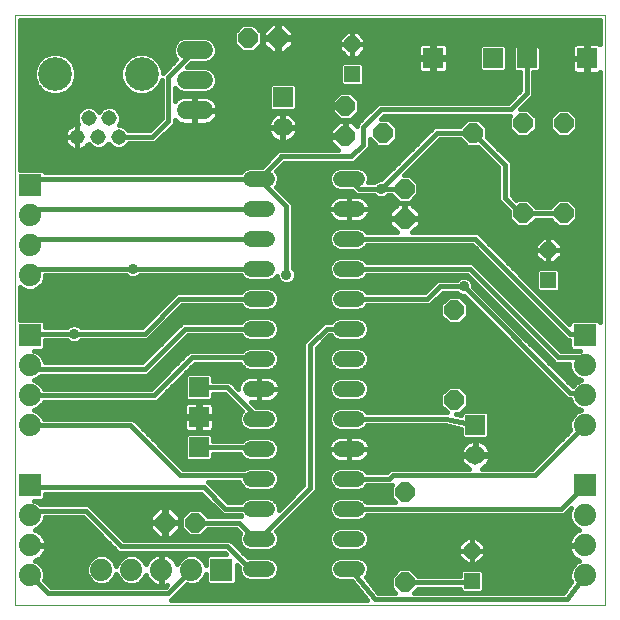
<source format=gbl>
G75*
G70*
%OFA0B0*%
%FSLAX24Y24*%
%IPPOS*%
%LPD*%
%AMOC8*
5,1,8,0,0,1.08239X$1,22.5*
%
%ADD10C,0.0000*%
%ADD11R,0.0740X0.0740*%
%ADD12C,0.0740*%
%ADD13C,0.0515*%
%ADD14C,0.1122*%
%ADD15C,0.0600*%
%ADD16R,0.0650X0.0650*%
%ADD17C,0.0650*%
%ADD18C,0.0520*%
%ADD19OC8,0.0650*%
%ADD20R,0.0650X0.0650*%
%ADD21R,0.0520X0.0520*%
%ADD22OC8,0.0520*%
%ADD23C,0.0160*%
%ADD24C,0.0356*%
D10*
X000181Y000181D02*
X019866Y000181D01*
X019866Y019866D01*
X000181Y019866D01*
X000181Y000181D01*
D11*
X000681Y004181D03*
X000681Y009181D03*
X000681Y014181D03*
X007071Y001363D03*
X019181Y004181D03*
X019181Y009181D03*
D12*
X019181Y008181D03*
X019181Y007181D03*
X019181Y006181D03*
X019181Y003181D03*
X019181Y002181D03*
X019181Y001181D03*
X006071Y001363D03*
X005071Y001363D03*
X004071Y001363D03*
X003071Y001363D03*
X000681Y001181D03*
X000681Y002181D03*
X000681Y003181D03*
X000681Y006181D03*
X000681Y007181D03*
X000681Y008181D03*
X000681Y011181D03*
X000681Y012181D03*
X000681Y013181D03*
D13*
X002269Y015794D03*
X002969Y015794D03*
X002639Y016414D03*
X003329Y016414D03*
X003639Y015794D03*
D14*
X004406Y017894D03*
X001532Y017894D03*
D15*
X005881Y017681D02*
X006481Y017681D01*
X006481Y016681D02*
X005881Y016681D01*
X005881Y018681D02*
X006481Y018681D01*
D16*
X009107Y017107D03*
X015536Y006193D03*
D17*
X015536Y005193D03*
X009107Y016107D03*
D18*
X008579Y014394D02*
X008059Y014394D01*
X008059Y013394D02*
X008579Y013394D01*
X008579Y012394D02*
X008059Y012394D01*
X008059Y011394D02*
X008579Y011394D01*
X008579Y010394D02*
X008059Y010394D01*
X008059Y009394D02*
X008579Y009394D01*
X008579Y008394D02*
X008059Y008394D01*
X008059Y007394D02*
X008579Y007394D01*
X008579Y006394D02*
X008059Y006394D01*
X008059Y005394D02*
X008579Y005394D01*
X008579Y004394D02*
X008059Y004394D01*
X008059Y003394D02*
X008579Y003394D01*
X008579Y002394D02*
X008059Y002394D01*
X008059Y001394D02*
X008579Y001394D01*
X011059Y001394D02*
X011579Y001394D01*
X011579Y002394D02*
X011059Y002394D01*
X011059Y003394D02*
X011579Y003394D01*
X011579Y004394D02*
X011059Y004394D01*
X011059Y005394D02*
X011579Y005394D01*
X011579Y006394D02*
X011059Y006394D01*
X011059Y007394D02*
X011579Y007394D01*
X011579Y008394D02*
X011059Y008394D01*
X011059Y009394D02*
X011579Y009394D01*
X011579Y010394D02*
X011059Y010394D01*
X011059Y011394D02*
X011579Y011394D01*
X011579Y012394D02*
X011059Y012394D01*
X011059Y013394D02*
X011579Y013394D01*
X011579Y014394D02*
X011059Y014394D01*
D19*
X011205Y015823D03*
X011205Y016823D03*
X012461Y015929D03*
X013174Y014067D03*
X013174Y013067D03*
X015461Y015929D03*
X017111Y016248D03*
X018473Y016248D03*
X018473Y013248D03*
X017111Y013248D03*
X014835Y010016D03*
X014835Y007016D03*
X013174Y003945D03*
X013174Y000945D03*
X006193Y002937D03*
X005193Y002937D03*
X007949Y019079D03*
X008949Y019079D03*
D20*
X014122Y018422D03*
X016122Y018422D03*
X017248Y018406D03*
X019248Y018406D03*
X006311Y007449D03*
X006311Y006449D03*
X006311Y005449D03*
D21*
X015410Y001004D03*
X017969Y011012D03*
X011429Y017878D03*
D22*
X011429Y018878D03*
X017969Y012012D03*
X015410Y002004D03*
D23*
X015410Y002004D01*
X015850Y002004D01*
X015850Y001822D01*
X015592Y001564D01*
X015410Y001564D01*
X015410Y002004D01*
X015410Y002004D01*
X015850Y002004D01*
X015850Y002186D01*
X015592Y002444D01*
X015410Y002444D01*
X015410Y002005D01*
X015410Y002005D01*
X015410Y002444D01*
X015228Y002444D01*
X014970Y002186D01*
X014970Y002004D01*
X014970Y001822D01*
X015228Y001564D01*
X015410Y001564D01*
X015410Y002004D01*
X015409Y002004D02*
X014970Y002004D01*
X015409Y002004D01*
X015409Y002004D01*
X015410Y001925D02*
X015410Y001925D01*
X015410Y001767D02*
X015410Y001767D01*
X015410Y001608D02*
X015410Y001608D01*
X015636Y001608D02*
X018887Y001608D01*
X018893Y001614D02*
X018749Y001470D01*
X018671Y001283D01*
X018671Y001080D01*
X018727Y000945D01*
X018466Y000598D01*
X013484Y000598D01*
X013611Y000725D01*
X015010Y000725D01*
X015010Y000686D01*
X015092Y000604D01*
X015728Y000604D01*
X015810Y000686D01*
X015810Y001322D01*
X015728Y001404D01*
X015092Y001404D01*
X015010Y001322D01*
X015010Y001165D01*
X013611Y001165D01*
X013366Y001410D01*
X012981Y001410D01*
X012709Y001138D01*
X012709Y000753D01*
X012863Y000598D01*
X012294Y000598D01*
X011872Y001122D01*
X011918Y001167D01*
X011979Y001314D01*
X011979Y001474D01*
X011918Y001621D01*
X011806Y001733D01*
X011659Y001794D01*
X010980Y001794D01*
X010833Y001733D01*
X010720Y001621D01*
X010659Y001474D01*
X010659Y001314D01*
X010720Y001167D01*
X010833Y001055D01*
X010980Y000994D01*
X011410Y000994D01*
X011920Y000361D01*
X005397Y000361D01*
X005912Y000876D01*
X005970Y000853D01*
X006173Y000853D01*
X006360Y000930D01*
X006504Y001074D01*
X006561Y001213D01*
X006561Y000934D01*
X006643Y000853D01*
X007499Y000853D01*
X007581Y000934D01*
X007581Y001526D01*
X007659Y001448D01*
X007659Y001314D01*
X007720Y001167D01*
X007833Y001055D01*
X007980Y000994D01*
X008659Y000994D01*
X008806Y001055D01*
X008918Y001167D01*
X008979Y001314D01*
X008979Y001474D01*
X008918Y001621D01*
X008806Y001733D01*
X008659Y001794D01*
X007980Y001794D01*
X007948Y001781D01*
X007488Y002241D01*
X007359Y002370D01*
X003816Y002370D01*
X002764Y003422D01*
X002635Y003551D01*
X001033Y003551D01*
X000970Y003614D01*
X000831Y003671D01*
X001109Y003671D01*
X001191Y003753D01*
X001191Y003898D01*
X006389Y003898D01*
X007114Y003174D01*
X007296Y003174D01*
X007717Y003174D01*
X007720Y003167D01*
X007730Y003157D01*
X007571Y003157D01*
X006631Y003157D01*
X006386Y003402D01*
X006001Y003402D01*
X005728Y003130D01*
X005728Y002745D01*
X006001Y002473D01*
X006386Y002473D01*
X006631Y002717D01*
X007571Y002717D01*
X007705Y002583D01*
X007659Y002474D01*
X007659Y002314D01*
X007720Y002167D01*
X007833Y002055D01*
X007980Y001994D01*
X008659Y001994D01*
X008806Y002055D01*
X008918Y002167D01*
X008979Y002314D01*
X008979Y002474D01*
X008918Y002621D01*
X008888Y002651D01*
X010244Y004008D01*
X010244Y004190D01*
X010244Y008752D01*
X010666Y009174D01*
X010717Y009174D01*
X010720Y009167D01*
X010833Y009055D01*
X010980Y008994D01*
X011659Y008994D01*
X011806Y009055D01*
X011918Y009167D01*
X011979Y009314D01*
X011979Y009474D01*
X011918Y009621D01*
X011806Y009733D01*
X011659Y009794D01*
X010980Y009794D01*
X010833Y009733D01*
X010720Y009621D01*
X010717Y009614D01*
X010666Y009614D01*
X010484Y009614D01*
X009933Y009063D01*
X009804Y008934D01*
X009804Y004190D01*
X008979Y003365D01*
X008979Y003474D01*
X008918Y003621D01*
X008806Y003733D01*
X008659Y003794D01*
X007980Y003794D01*
X007833Y003733D01*
X007720Y003621D01*
X007717Y003614D01*
X007296Y003614D01*
X006701Y004210D01*
X006618Y004292D01*
X007668Y004292D01*
X007720Y004167D01*
X007833Y004055D01*
X007980Y003994D01*
X008659Y003994D01*
X008806Y004055D01*
X008918Y004167D01*
X008979Y004314D01*
X008979Y004474D01*
X008918Y004621D01*
X009804Y004621D01*
X009804Y004779D02*
X008695Y004779D01*
X008659Y004794D02*
X007980Y004794D01*
X007833Y004733D01*
X007832Y004732D01*
X005784Y004732D01*
X004244Y006273D01*
X004115Y006401D01*
X001142Y006401D01*
X001114Y006470D01*
X000970Y006614D01*
X000807Y006681D01*
X000970Y006749D01*
X001114Y006893D01*
X001142Y006961D01*
X004728Y006961D01*
X004910Y006961D01*
X006178Y008229D01*
X007695Y008229D01*
X007720Y008167D01*
X007833Y008055D01*
X007980Y007994D01*
X008659Y007994D01*
X008806Y008055D01*
X008918Y008167D01*
X008979Y008314D01*
X008979Y008474D01*
X008918Y008621D01*
X008806Y008733D01*
X008659Y008794D01*
X007980Y008794D01*
X007833Y008733D01*
X007769Y008669D01*
X005996Y008669D01*
X005867Y008540D01*
X004728Y007401D01*
X001142Y007401D01*
X001114Y007470D01*
X000970Y007614D01*
X000807Y007681D01*
X000970Y007749D01*
X001057Y007835D01*
X004603Y007835D01*
X004732Y007964D01*
X005942Y009174D01*
X007717Y009174D01*
X007720Y009167D01*
X007833Y009055D01*
X007980Y008994D01*
X008659Y008994D01*
X008806Y009055D01*
X008918Y009167D01*
X008979Y009314D01*
X008979Y009474D01*
X008918Y009621D01*
X008806Y009733D01*
X008659Y009794D01*
X007980Y009794D01*
X007833Y009733D01*
X007720Y009621D01*
X007717Y009614D01*
X005942Y009614D01*
X005760Y009614D01*
X004421Y008275D01*
X001191Y008275D01*
X001191Y008283D01*
X001114Y008470D01*
X000970Y008614D01*
X000831Y008671D01*
X001109Y008671D01*
X001191Y008753D01*
X001191Y009017D01*
X001920Y009017D01*
X001970Y008967D01*
X002087Y008918D01*
X002213Y008918D01*
X002330Y008967D01*
X002380Y009017D01*
X004421Y009017D01*
X004603Y009017D01*
X005761Y010174D01*
X007717Y010174D01*
X007720Y010167D01*
X007833Y010055D01*
X007980Y009994D01*
X008659Y009994D01*
X008806Y010055D01*
X008918Y010167D01*
X008979Y010314D01*
X008979Y010474D01*
X008918Y010621D01*
X008806Y010733D01*
X008659Y010794D01*
X007980Y010794D01*
X007833Y010733D01*
X007720Y010621D01*
X007717Y010614D01*
X005761Y010614D01*
X005578Y010614D01*
X004421Y009456D01*
X002380Y009456D01*
X002330Y009506D01*
X002213Y009555D01*
X002087Y009555D01*
X001970Y009506D01*
X001920Y009456D01*
X001191Y009456D01*
X001191Y009609D01*
X001109Y009691D01*
X000361Y009691D01*
X000361Y010780D01*
X000393Y010749D01*
X000580Y010671D01*
X000783Y010671D01*
X000970Y010749D01*
X001114Y010893D01*
X001191Y011080D01*
X001191Y011174D01*
X003896Y011174D01*
X003938Y011132D01*
X004055Y011084D01*
X004182Y011084D01*
X004299Y011132D01*
X004340Y011174D01*
X007717Y011174D01*
X007720Y011167D01*
X007833Y011055D01*
X007980Y010994D01*
X008659Y010994D01*
X008806Y011055D01*
X008918Y011167D01*
X008918Y011168D01*
X008918Y011142D01*
X008967Y011025D01*
X009056Y010935D01*
X009173Y010887D01*
X009300Y010887D01*
X009417Y010935D01*
X009506Y011025D01*
X009555Y011142D01*
X009555Y011268D01*
X009506Y011385D01*
X009456Y011435D01*
X009456Y013386D01*
X009456Y013568D01*
X008888Y014137D01*
X008918Y014167D01*
X008979Y014314D01*
X008979Y014474D01*
X008918Y014621D01*
X008888Y014651D01*
X009131Y014894D01*
X009158Y014922D01*
X011493Y014922D01*
X011622Y015051D01*
X012016Y015445D01*
X012016Y015627D01*
X012016Y015718D01*
X012268Y015465D01*
X012653Y015465D01*
X012926Y015737D01*
X012926Y016122D01*
X012653Y016394D01*
X012375Y016394D01*
X012477Y016497D01*
X016702Y016497D01*
X016646Y016441D01*
X016646Y016056D01*
X016918Y015784D01*
X017303Y015784D01*
X017575Y016056D01*
X017575Y016441D01*
X017303Y016713D01*
X017024Y016713D01*
X017468Y017157D01*
X017468Y017339D01*
X017468Y017941D01*
X017631Y017941D01*
X017713Y018023D01*
X017713Y018789D01*
X017631Y018871D01*
X016866Y018871D01*
X016784Y018789D01*
X016784Y018023D01*
X016866Y017941D01*
X017028Y017941D01*
X017028Y017339D01*
X016626Y016937D01*
X012477Y016937D01*
X012295Y016937D01*
X011704Y016346D01*
X011576Y016217D01*
X011576Y016166D01*
X011414Y016328D01*
X011233Y016328D01*
X011233Y015852D01*
X011177Y015852D01*
X011177Y016328D01*
X010996Y016328D01*
X010700Y016032D01*
X010700Y015851D01*
X011176Y015851D01*
X011176Y015795D01*
X010700Y015795D01*
X010700Y015614D01*
X010952Y015362D01*
X009158Y015362D01*
X008976Y015362D01*
X008949Y015362D01*
X008820Y015233D01*
X008820Y015206D01*
X008408Y014794D01*
X007980Y014794D01*
X007833Y014733D01*
X007720Y014621D01*
X007717Y014614D01*
X001187Y014614D01*
X001109Y014691D01*
X000361Y014691D01*
X000361Y019686D01*
X019686Y019686D01*
X019686Y018872D01*
X019684Y018875D01*
X019643Y018898D01*
X019597Y018911D01*
X019277Y018911D01*
X019277Y018434D01*
X019220Y018434D01*
X019220Y018377D01*
X019277Y018377D01*
X019277Y017901D01*
X019597Y017901D01*
X019643Y017913D01*
X019684Y017937D01*
X019686Y017940D01*
X019686Y009614D01*
X019609Y009691D01*
X018753Y009691D01*
X018671Y009609D01*
X018671Y009561D01*
X015619Y012614D01*
X015437Y012614D01*
X013434Y012614D01*
X013678Y012858D01*
X013678Y013039D01*
X013202Y013039D01*
X013202Y013096D01*
X013145Y013096D01*
X013145Y013572D01*
X012964Y013572D01*
X012669Y013276D01*
X012669Y013096D01*
X013145Y013096D01*
X013145Y013039D01*
X012669Y013039D01*
X012669Y012858D01*
X012913Y012614D01*
X011921Y012614D01*
X011918Y012621D01*
X011806Y012733D01*
X011659Y012794D01*
X010980Y012794D01*
X010833Y012733D01*
X010720Y012621D01*
X010659Y012474D01*
X010659Y012314D01*
X010720Y012167D01*
X010833Y012055D01*
X010980Y011994D01*
X011659Y011994D01*
X011806Y012055D01*
X011918Y012167D01*
X011921Y012174D01*
X015437Y012174D01*
X018465Y009145D01*
X018594Y009017D01*
X018671Y009017D01*
X018671Y008753D01*
X018753Y008671D01*
X019032Y008671D01*
X019011Y008663D01*
X019005Y008669D01*
X018823Y008669D01*
X018383Y008669D01*
X015438Y011614D01*
X015256Y011614D01*
X011921Y011614D01*
X011918Y011621D01*
X011806Y011733D01*
X011659Y011794D01*
X010980Y011794D01*
X010833Y011733D01*
X010720Y011621D01*
X010659Y011474D01*
X010659Y011314D01*
X010720Y011167D01*
X010833Y011055D01*
X010980Y010994D01*
X011659Y010994D01*
X011806Y011055D01*
X011918Y011167D01*
X011921Y011174D01*
X015256Y011174D01*
X018072Y008358D01*
X018201Y008229D01*
X018671Y008229D01*
X018671Y008080D01*
X018749Y007893D01*
X018893Y007749D01*
X019056Y007681D01*
X018893Y007614D01*
X018772Y007493D01*
X015460Y010804D01*
X015460Y010875D01*
X015412Y010991D01*
X015322Y011081D01*
X015205Y011129D01*
X015079Y011129D01*
X014962Y011081D01*
X014912Y011031D01*
X014264Y011031D01*
X014135Y010902D01*
X013846Y010614D01*
X011921Y010614D01*
X011918Y010621D01*
X011806Y010733D01*
X011659Y010794D01*
X010980Y010794D01*
X010833Y010733D01*
X010720Y010621D01*
X010659Y010474D01*
X010659Y010314D01*
X010720Y010167D01*
X010833Y010055D01*
X010980Y009994D01*
X011659Y009994D01*
X011806Y010055D01*
X011918Y010167D01*
X011921Y010174D01*
X013846Y010174D01*
X014028Y010174D01*
X014446Y010591D01*
X014912Y010591D01*
X014962Y010542D01*
X015079Y010493D01*
X015149Y010493D01*
X018465Y007177D01*
X018594Y007048D01*
X018685Y007048D01*
X018749Y006893D01*
X018893Y006749D01*
X019056Y006681D01*
X018893Y006614D01*
X018749Y006470D01*
X018671Y006283D01*
X018671Y006080D01*
X018700Y006011D01*
X017421Y004732D01*
X015743Y004732D01*
X015800Y004761D01*
X015865Y004808D01*
X015921Y004864D01*
X015968Y004929D01*
X016004Y004999D01*
X016028Y005075D01*
X016041Y005153D01*
X016041Y005165D01*
X015564Y005165D01*
X015564Y005221D01*
X016041Y005221D01*
X016041Y005233D01*
X016028Y005311D01*
X016004Y005387D01*
X015968Y005458D01*
X015921Y005522D01*
X015865Y005578D01*
X015800Y005625D01*
X015730Y005661D01*
X015654Y005686D01*
X015575Y005698D01*
X015564Y005698D01*
X015564Y005222D01*
X015507Y005222D01*
X015507Y005698D01*
X015496Y005698D01*
X015417Y005686D01*
X015342Y005661D01*
X015271Y005625D01*
X015207Y005578D01*
X015151Y005522D01*
X015104Y005458D01*
X015068Y005387D01*
X015043Y005311D01*
X015031Y005233D01*
X015031Y005221D01*
X015507Y005221D01*
X015507Y005165D01*
X015031Y005165D01*
X015031Y005153D01*
X015043Y005075D01*
X015068Y004999D01*
X015104Y004929D01*
X015151Y004864D01*
X015207Y004808D01*
X015271Y004761D01*
X015329Y004732D01*
X012689Y004732D01*
X012571Y004614D01*
X011921Y004614D01*
X011918Y004621D01*
X012577Y004621D01*
X012780Y004512D02*
X017512Y004512D01*
X019181Y006181D01*
X018705Y006365D02*
X016001Y006365D01*
X016001Y006523D02*
X018802Y006523D01*
X019055Y006682D02*
X015158Y006682D01*
X015153Y006658D02*
X015071Y006576D01*
X015071Y006512D01*
X014878Y006551D01*
X015027Y006551D01*
X015300Y006824D01*
X015300Y007209D01*
X015027Y007481D01*
X014642Y007481D01*
X014370Y007209D01*
X014370Y006824D01*
X014580Y006614D01*
X014570Y006614D01*
X014502Y006628D01*
X014481Y006614D01*
X011921Y006614D01*
X011918Y006621D01*
X011806Y006733D01*
X011659Y006794D01*
X010980Y006794D01*
X010833Y006733D01*
X010720Y006621D01*
X010659Y006474D01*
X010659Y006314D01*
X010720Y006167D01*
X010833Y006055D01*
X010980Y005994D01*
X011659Y005994D01*
X011806Y006055D01*
X011918Y006167D01*
X011921Y006174D01*
X014525Y006174D01*
X015071Y006063D01*
X015071Y005810D01*
X015153Y005728D01*
X015919Y005728D01*
X016001Y005810D01*
X016001Y006576D01*
X015919Y006658D01*
X015153Y006658D01*
X015071Y006523D02*
X015017Y006523D01*
X015300Y006840D02*
X018801Y006840D01*
X018705Y006999D02*
X015300Y006999D01*
X015300Y007157D02*
X018485Y007157D01*
X018326Y007316D02*
X015192Y007316D01*
X015034Y007474D02*
X018168Y007474D01*
X018009Y007633D02*
X011906Y007633D01*
X011918Y007621D02*
X011806Y007733D01*
X011659Y007794D01*
X010980Y007794D01*
X010833Y007733D01*
X010720Y007621D01*
X010659Y007474D01*
X010659Y007314D01*
X010720Y007167D01*
X010833Y007055D01*
X010980Y006994D01*
X011659Y006994D01*
X011806Y007055D01*
X011918Y007167D01*
X011979Y007314D01*
X011979Y007474D01*
X014636Y007474D01*
X014477Y007316D02*
X011979Y007316D01*
X011979Y007474D02*
X011918Y007621D01*
X011665Y007791D02*
X017851Y007791D01*
X017692Y007950D02*
X010244Y007950D01*
X010244Y007791D02*
X010974Y007791D01*
X010980Y007994D02*
X011659Y007994D01*
X011806Y008055D01*
X011918Y008167D01*
X011979Y008314D01*
X011979Y008474D01*
X011918Y008621D01*
X011806Y008733D01*
X011659Y008794D01*
X010980Y008794D01*
X010833Y008733D01*
X010720Y008621D01*
X010659Y008474D01*
X010659Y008314D01*
X010720Y008167D01*
X010833Y008055D01*
X010980Y007994D01*
X010779Y008109D02*
X010244Y008109D01*
X010244Y008267D02*
X010679Y008267D01*
X010659Y008426D02*
X010244Y008426D01*
X010244Y008584D02*
X010705Y008584D01*
X010856Y008743D02*
X010244Y008743D01*
X010394Y008901D02*
X016741Y008901D01*
X016899Y008743D02*
X011782Y008743D01*
X011933Y008584D02*
X017058Y008584D01*
X017217Y008426D02*
X011979Y008426D01*
X011960Y008267D02*
X017375Y008267D01*
X017534Y008109D02*
X011859Y008109D01*
X011811Y009060D02*
X016582Y009060D01*
X016424Y009218D02*
X011939Y009218D01*
X011979Y009377D02*
X016265Y009377D01*
X016107Y009535D02*
X011954Y009535D01*
X011845Y009694D02*
X014500Y009694D01*
X014370Y009824D02*
X014642Y009551D01*
X015027Y009551D01*
X015300Y009824D01*
X015300Y010209D01*
X015027Y010481D01*
X014642Y010481D01*
X014370Y010209D01*
X014370Y009824D01*
X014370Y009853D02*
X005439Y009853D01*
X005598Y010011D02*
X007938Y010011D01*
X007719Y010170D02*
X005756Y010170D01*
X005670Y010394D02*
X004512Y009237D01*
X002150Y009237D01*
X000737Y009237D01*
X000681Y009181D01*
X001191Y008901D02*
X005047Y008901D01*
X004888Y008743D02*
X001181Y008743D01*
X001000Y008584D02*
X004730Y008584D01*
X004571Y008426D02*
X001132Y008426D01*
X000807Y008055D02*
X000681Y008181D01*
X000807Y008055D02*
X004512Y008055D01*
X005851Y009394D01*
X008319Y009394D01*
X007828Y009060D02*
X005828Y009060D01*
X005669Y008901D02*
X009804Y008901D01*
X009804Y008743D02*
X008782Y008743D01*
X008933Y008584D02*
X009804Y008584D01*
X009804Y008426D02*
X008979Y008426D01*
X008960Y008267D02*
X009804Y008267D01*
X009804Y008109D02*
X008859Y008109D01*
X008748Y007802D02*
X008682Y007823D01*
X008614Y007834D01*
X008319Y007834D01*
X008025Y007834D01*
X007956Y007823D01*
X007890Y007802D01*
X007829Y007770D01*
X007773Y007730D01*
X007724Y007681D01*
X007683Y007625D01*
X007651Y007563D01*
X007630Y007497D01*
X007619Y007429D01*
X007619Y007405D01*
X007484Y007540D01*
X007355Y007669D01*
X006776Y007669D01*
X006776Y007832D01*
X006694Y007914D01*
X005929Y007914D01*
X005847Y007832D01*
X005847Y007066D01*
X005929Y006984D01*
X006694Y006984D01*
X006776Y007066D01*
X006776Y007229D01*
X007173Y007229D01*
X007751Y006651D01*
X007720Y006621D01*
X007659Y006474D01*
X007659Y006314D01*
X007720Y006167D01*
X007833Y006055D01*
X007980Y005994D01*
X008659Y005994D01*
X008806Y006055D01*
X008918Y006167D01*
X008979Y006314D01*
X008979Y006474D01*
X008918Y006621D01*
X008806Y006733D01*
X008659Y006794D01*
X008230Y006794D01*
X008070Y006954D01*
X008319Y006954D01*
X008319Y007394D01*
X008319Y007834D01*
X008319Y007394D01*
X008319Y007394D01*
X008319Y007394D01*
X008319Y006954D01*
X008614Y006954D01*
X008682Y006965D01*
X008748Y006986D01*
X008810Y007018D01*
X008866Y007058D01*
X008915Y007107D01*
X008956Y007163D01*
X008987Y007225D01*
X009008Y007291D01*
X009019Y007359D01*
X009019Y007394D01*
X009019Y007429D01*
X009008Y007497D01*
X008987Y007563D01*
X008956Y007625D01*
X008915Y007681D01*
X008866Y007730D01*
X008810Y007770D01*
X008748Y007802D01*
X008768Y007791D02*
X009804Y007791D01*
X009804Y007633D02*
X008949Y007633D01*
X009012Y007474D02*
X009804Y007474D01*
X009804Y007316D02*
X009012Y007316D01*
X009019Y007394D02*
X008320Y007394D01*
X009019Y007394D01*
X008951Y007157D02*
X009804Y007157D01*
X009804Y006999D02*
X008773Y006999D01*
X008857Y006682D02*
X009804Y006682D01*
X009804Y006840D02*
X008184Y006840D01*
X008319Y006999D02*
X008319Y006999D01*
X008319Y007157D02*
X008319Y007157D01*
X008319Y007316D02*
X008319Y007316D01*
X008320Y007394D02*
X008320Y007394D01*
X008319Y007474D02*
X008319Y007474D01*
X008319Y007633D02*
X008319Y007633D01*
X008319Y007791D02*
X008319Y007791D01*
X007870Y007791D02*
X006776Y007791D01*
X006311Y007449D02*
X007264Y007449D01*
X008319Y006394D01*
X007850Y006048D02*
X006800Y006048D01*
X006804Y006055D02*
X006816Y006101D01*
X006816Y006421D01*
X006340Y006421D01*
X006340Y006477D01*
X006816Y006477D01*
X006816Y006798D01*
X006804Y006843D01*
X006780Y006884D01*
X006747Y006918D01*
X006706Y006942D01*
X006660Y006954D01*
X006340Y006954D01*
X006340Y006478D01*
X006283Y006478D01*
X006283Y006954D01*
X005963Y006954D01*
X005917Y006942D01*
X005876Y006918D01*
X005842Y006884D01*
X005819Y006843D01*
X005807Y006798D01*
X005807Y006477D01*
X006283Y006477D01*
X006283Y006421D01*
X005807Y006421D01*
X005807Y006101D01*
X005819Y006055D01*
X005842Y006014D01*
X005876Y005980D01*
X005917Y005957D01*
X005963Y005944D01*
X006283Y005944D01*
X006283Y006421D01*
X006340Y006421D01*
X006340Y005944D01*
X006660Y005944D01*
X006706Y005957D01*
X006747Y005980D01*
X006780Y006014D01*
X006804Y006055D01*
X006816Y006206D02*
X007704Y006206D01*
X007659Y006365D02*
X006816Y006365D01*
X006816Y006523D02*
X007680Y006523D01*
X007720Y006682D02*
X006816Y006682D01*
X006805Y006840D02*
X007562Y006840D01*
X007403Y006999D02*
X006709Y006999D01*
X006776Y007157D02*
X007245Y007157D01*
X007550Y007474D02*
X007626Y007474D01*
X007689Y007633D02*
X007391Y007633D01*
X007779Y008109D02*
X006057Y008109D01*
X005899Y007950D02*
X009804Y007950D01*
X010244Y007633D02*
X010732Y007633D01*
X010660Y007474D02*
X010244Y007474D01*
X010244Y007316D02*
X010659Y007316D01*
X010730Y007157D02*
X010244Y007157D01*
X010244Y006999D02*
X010968Y006999D01*
X010781Y006682D02*
X010244Y006682D01*
X010244Y006840D02*
X014370Y006840D01*
X014370Y006999D02*
X011670Y006999D01*
X011908Y007157D02*
X014370Y007157D01*
X014512Y006682D02*
X011857Y006682D01*
X011319Y006394D02*
X014548Y006394D01*
X015536Y006193D01*
X016001Y006206D02*
X018671Y006206D01*
X018685Y006048D02*
X016001Y006048D01*
X016001Y005889D02*
X018578Y005889D01*
X018419Y005730D02*
X015921Y005730D01*
X015871Y005572D02*
X018261Y005572D01*
X018102Y005413D02*
X015990Y005413D01*
X016037Y005255D02*
X017944Y005255D01*
X017785Y005096D02*
X016032Y005096D01*
X015972Y004938D02*
X017627Y004938D01*
X017468Y004779D02*
X015825Y004779D01*
X015246Y004779D02*
X011695Y004779D01*
X011659Y004794D02*
X010980Y004794D01*
X010833Y004733D01*
X010720Y004621D01*
X010244Y004621D01*
X010244Y004779D02*
X010944Y004779D01*
X010956Y004965D02*
X011025Y004954D01*
X011319Y004954D01*
X011319Y005394D01*
X011319Y005394D01*
X010619Y005394D01*
X010619Y005429D01*
X010630Y005497D01*
X010651Y005563D01*
X010683Y005625D01*
X010724Y005681D01*
X010773Y005730D01*
X010829Y005770D01*
X010890Y005802D01*
X010956Y005823D01*
X011025Y005834D01*
X011319Y005834D01*
X011319Y005394D01*
X010619Y005394D01*
X010619Y005359D01*
X010630Y005291D01*
X010651Y005225D01*
X010683Y005163D01*
X010724Y005107D01*
X010773Y005058D01*
X010829Y005018D01*
X010890Y004986D01*
X010956Y004965D01*
X010735Y005096D02*
X010244Y005096D01*
X010244Y004938D02*
X015099Y004938D01*
X015040Y005096D02*
X011904Y005096D01*
X011915Y005107D02*
X011956Y005163D01*
X011987Y005225D01*
X012008Y005291D01*
X012019Y005359D01*
X012019Y005394D01*
X012019Y005429D01*
X012008Y005497D01*
X011987Y005563D01*
X011956Y005625D01*
X011915Y005681D01*
X011866Y005730D01*
X011810Y005770D01*
X011748Y005802D01*
X011682Y005823D01*
X011614Y005834D01*
X011319Y005834D01*
X011319Y005394D01*
X011319Y005394D01*
X011319Y005394D01*
X011319Y004954D01*
X011614Y004954D01*
X011682Y004965D01*
X011748Y004986D01*
X011810Y005018D01*
X011866Y005058D01*
X011915Y005107D01*
X011997Y005255D02*
X015034Y005255D01*
X015081Y005413D02*
X012019Y005413D01*
X012019Y005394D02*
X011320Y005394D01*
X011320Y005394D01*
X012019Y005394D01*
X011982Y005572D02*
X015200Y005572D01*
X015151Y005730D02*
X011865Y005730D01*
X011788Y006048D02*
X015071Y006048D01*
X015071Y005889D02*
X010244Y005889D01*
X010244Y006048D02*
X010850Y006048D01*
X010704Y006206D02*
X010244Y006206D01*
X010244Y006365D02*
X010659Y006365D01*
X010680Y006523D02*
X010244Y006523D01*
X009804Y006523D02*
X008959Y006523D01*
X008979Y006365D02*
X009804Y006365D01*
X009804Y006206D02*
X008934Y006206D01*
X008788Y006048D02*
X009804Y006048D01*
X009804Y005889D02*
X006719Y005889D01*
X006694Y005914D02*
X005929Y005914D01*
X005847Y005832D01*
X005847Y005066D01*
X005929Y004984D01*
X006694Y004984D01*
X006776Y005066D01*
X006776Y005229D01*
X007695Y005229D01*
X007720Y005167D01*
X007833Y005055D01*
X007980Y004994D01*
X008659Y004994D01*
X008806Y005055D01*
X008918Y005167D01*
X008979Y005314D01*
X008979Y005474D01*
X008918Y005621D01*
X008806Y005733D01*
X008659Y005794D01*
X007980Y005794D01*
X007833Y005733D01*
X007769Y005669D01*
X006776Y005669D01*
X006776Y005832D01*
X006694Y005914D01*
X006776Y005730D02*
X007830Y005730D01*
X008264Y005449D02*
X008319Y005394D01*
X008264Y005449D02*
X006311Y005449D01*
X005847Y005413D02*
X005103Y005413D01*
X005262Y005255D02*
X005847Y005255D01*
X005847Y005096D02*
X005420Y005096D01*
X005579Y004938D02*
X009804Y004938D01*
X009804Y005096D02*
X008847Y005096D01*
X008954Y005255D02*
X009804Y005255D01*
X009804Y005413D02*
X008979Y005413D01*
X008938Y005572D02*
X009804Y005572D01*
X009804Y005730D02*
X008808Y005730D01*
X008659Y004794D02*
X008806Y004733D01*
X008918Y004621D01*
X008979Y004462D02*
X009804Y004462D01*
X009804Y004304D02*
X008975Y004304D01*
X008896Y004145D02*
X009759Y004145D01*
X009601Y003986D02*
X006924Y003986D01*
X007082Y003828D02*
X009442Y003828D01*
X009284Y003669D02*
X008869Y003669D01*
X008964Y003511D02*
X009125Y003511D01*
X009430Y003194D02*
X010709Y003194D01*
X010720Y003167D02*
X010833Y003055D01*
X010980Y002994D01*
X011659Y002994D01*
X011806Y003055D01*
X011918Y003167D01*
X011921Y003174D01*
X018303Y003174D01*
X018485Y003174D01*
X018726Y003415D01*
X018671Y003283D01*
X018671Y003080D01*
X018749Y002893D01*
X018893Y002749D01*
X019005Y002702D01*
X018970Y002691D01*
X018893Y002652D01*
X018823Y002601D01*
X018762Y002540D01*
X018711Y002470D01*
X018672Y002393D01*
X018645Y002310D01*
X018631Y002225D01*
X018631Y002201D01*
X019161Y002201D01*
X019161Y002161D01*
X018631Y002161D01*
X018631Y002138D01*
X018645Y002053D01*
X018672Y001970D01*
X018711Y001893D01*
X018762Y001823D01*
X018823Y001762D01*
X018893Y001711D01*
X018970Y001672D01*
X019005Y001660D01*
X018893Y001614D01*
X018818Y001767D02*
X015795Y001767D01*
X015850Y001925D02*
X018695Y001925D01*
X018640Y002084D02*
X015850Y002084D01*
X015794Y002242D02*
X018634Y002242D01*
X018676Y002401D02*
X015635Y002401D01*
X015410Y002401D02*
X015410Y002401D01*
X015410Y002242D02*
X015410Y002242D01*
X015410Y002084D02*
X015410Y002084D01*
X015184Y002401D02*
X011979Y002401D01*
X011979Y002474D02*
X011979Y002314D01*
X011918Y002167D01*
X011806Y002055D01*
X011659Y001994D01*
X010980Y001994D01*
X010833Y002055D01*
X010720Y002167D01*
X010659Y002314D01*
X010659Y002474D01*
X010720Y002621D01*
X010833Y002733D01*
X010980Y002794D01*
X011659Y002794D01*
X011806Y002733D01*
X011918Y002621D01*
X011979Y002474D01*
X011944Y002560D02*
X018782Y002560D01*
X018967Y002718D02*
X011821Y002718D01*
X011758Y003035D02*
X018690Y003035D01*
X018671Y003194D02*
X018505Y003194D01*
X018663Y003352D02*
X018700Y003352D01*
X018394Y003394D02*
X019181Y004181D01*
X018394Y003394D02*
X011319Y003394D01*
X010980Y003794D02*
X010833Y003733D01*
X010720Y003621D01*
X010659Y003474D01*
X010659Y003314D01*
X010720Y003167D01*
X010659Y003352D02*
X009589Y003352D01*
X009747Y003511D02*
X010675Y003511D01*
X010769Y003669D02*
X009906Y003669D01*
X010064Y003828D02*
X012709Y003828D01*
X012709Y003753D02*
X012847Y003614D01*
X011921Y003614D01*
X011918Y003621D01*
X011806Y003733D01*
X011659Y003794D01*
X010980Y003794D01*
X010980Y003994D02*
X011659Y003994D01*
X011806Y004055D01*
X011918Y004167D01*
X011921Y004174D01*
X012571Y004174D01*
X012745Y004174D01*
X012709Y004138D01*
X012709Y003753D01*
X012792Y003669D02*
X011869Y003669D01*
X011896Y004145D02*
X012716Y004145D01*
X012709Y003986D02*
X010223Y003986D01*
X010244Y004145D02*
X010743Y004145D01*
X010720Y004167D02*
X010833Y004055D01*
X010980Y003994D01*
X010720Y004167D02*
X010659Y004314D01*
X010659Y004474D01*
X010720Y004621D01*
X010659Y004462D02*
X010244Y004462D01*
X010244Y004304D02*
X010664Y004304D01*
X011319Y004394D02*
X012662Y004394D01*
X012780Y004512D01*
X011918Y004621D02*
X011806Y004733D01*
X011659Y004794D01*
X011319Y005096D02*
X011319Y005096D01*
X011319Y005255D02*
X011319Y005255D01*
X011319Y005413D02*
X011319Y005413D01*
X011319Y005572D02*
X011319Y005572D01*
X011319Y005730D02*
X011319Y005730D01*
X010774Y005730D02*
X010244Y005730D01*
X010244Y005572D02*
X010656Y005572D01*
X010619Y005413D02*
X010244Y005413D01*
X010244Y005255D02*
X010642Y005255D01*
X010024Y004099D02*
X008319Y002394D01*
X008205Y002394D01*
X007662Y002937D01*
X006193Y002937D01*
X005728Y002877D02*
X005698Y002877D01*
X005698Y002909D02*
X005222Y002909D01*
X005222Y002966D01*
X005698Y002966D01*
X005698Y003146D01*
X005402Y003442D01*
X005221Y003442D01*
X005221Y002966D01*
X005165Y002966D01*
X005165Y003442D01*
X004984Y003442D01*
X004688Y003146D01*
X004688Y002966D01*
X005165Y002966D01*
X005165Y002909D01*
X005221Y002909D01*
X005221Y002433D01*
X005402Y002433D01*
X005698Y002728D01*
X005698Y002909D01*
X005698Y003035D02*
X005728Y003035D01*
X005792Y003194D02*
X005651Y003194D01*
X005492Y003352D02*
X005951Y003352D01*
X006436Y003352D02*
X006936Y003352D01*
X007094Y003194D02*
X006594Y003194D01*
X006777Y003511D02*
X002675Y003511D01*
X002544Y003331D02*
X000831Y003331D01*
X000681Y003181D01*
X000858Y002702D02*
X000970Y002749D01*
X001114Y002893D01*
X001191Y003080D01*
X001191Y003111D01*
X002452Y003111D01*
X003634Y001930D01*
X003816Y001930D01*
X007177Y001930D01*
X007234Y001872D01*
X006643Y001872D01*
X006561Y001791D01*
X006561Y001512D01*
X006504Y001651D01*
X006360Y001795D01*
X006173Y001872D01*
X005970Y001872D01*
X005782Y001795D01*
X005639Y001651D01*
X005592Y001539D01*
X005581Y001574D01*
X005542Y001651D01*
X005491Y001721D01*
X005429Y001782D01*
X005359Y001833D01*
X005282Y001872D01*
X005200Y001899D01*
X005114Y001912D01*
X005091Y001912D01*
X005091Y001383D01*
X005051Y001383D01*
X005051Y001912D01*
X005028Y001912D01*
X004942Y001899D01*
X004860Y001872D01*
X004783Y001833D01*
X004713Y001782D01*
X004652Y001721D01*
X004601Y001651D01*
X004561Y001574D01*
X004550Y001539D01*
X004504Y001651D01*
X004360Y001795D01*
X004173Y001872D01*
X003970Y001872D01*
X003782Y001795D01*
X003639Y001651D01*
X003571Y001488D01*
X003504Y001651D01*
X003360Y001795D01*
X003173Y001872D01*
X002970Y001872D01*
X002782Y001795D01*
X002639Y001651D01*
X002561Y001464D01*
X002561Y001261D01*
X002639Y001074D01*
X002782Y000930D01*
X002970Y000853D01*
X003173Y000853D01*
X003360Y000930D01*
X003504Y001074D01*
X003571Y001237D01*
X003639Y001074D01*
X003782Y000930D01*
X003970Y000853D01*
X004173Y000853D01*
X004360Y000930D01*
X004504Y001074D01*
X004550Y001186D01*
X004561Y001151D01*
X004601Y001074D01*
X004652Y001004D01*
X004713Y000943D01*
X004783Y000892D01*
X004860Y000853D01*
X004942Y000826D01*
X005028Y000813D01*
X005051Y000813D01*
X005051Y001342D01*
X005091Y001342D01*
X005091Y000813D01*
X005114Y000813D01*
X005200Y000826D01*
X005258Y000845D01*
X005208Y000795D01*
X001379Y000795D01*
X001163Y001011D01*
X001191Y001080D01*
X001191Y001283D01*
X001114Y001470D01*
X000970Y001614D01*
X000858Y001660D01*
X000893Y001672D01*
X000970Y001711D01*
X001040Y001762D01*
X001101Y001823D01*
X001152Y001893D01*
X001191Y001970D01*
X001218Y002053D01*
X001231Y002138D01*
X001231Y002161D01*
X000702Y002161D01*
X000702Y002201D01*
X001231Y002201D01*
X001231Y002225D01*
X001218Y002310D01*
X001191Y002393D01*
X001152Y002470D01*
X001101Y002540D01*
X001040Y002601D01*
X000970Y002652D01*
X000893Y002691D01*
X000858Y002702D01*
X000896Y002718D02*
X002845Y002718D01*
X002687Y002877D02*
X001098Y002877D01*
X001173Y003035D02*
X002528Y003035D01*
X002544Y003331D02*
X003725Y002150D01*
X007268Y002150D01*
X008024Y001394D01*
X008319Y001394D01*
X008724Y001767D02*
X010914Y001767D01*
X010715Y001608D02*
X008923Y001608D01*
X008979Y001450D02*
X010659Y001450D01*
X010669Y001291D02*
X008970Y001291D01*
X008884Y001133D02*
X010755Y001133D01*
X011319Y001394D02*
X011370Y001394D01*
X012189Y000378D01*
X018575Y000378D01*
X019181Y001181D01*
X018715Y000974D02*
X015810Y000974D01*
X015810Y000816D02*
X018630Y000816D01*
X018510Y000657D02*
X015781Y000657D01*
X015810Y001133D02*
X018671Y001133D01*
X018675Y001291D02*
X015810Y001291D01*
X015410Y001004D02*
X015351Y000945D01*
X013174Y000945D01*
X013485Y001291D02*
X015010Y001291D01*
X015183Y001608D02*
X011923Y001608D01*
X011979Y001450D02*
X018741Y001450D01*
X018765Y002877D02*
X009113Y002877D01*
X009271Y003035D02*
X010880Y003035D01*
X010818Y002718D02*
X008954Y002718D01*
X008944Y002560D02*
X010695Y002560D01*
X010659Y002401D02*
X008979Y002401D01*
X008949Y002242D02*
X010689Y002242D01*
X010804Y002084D02*
X008835Y002084D01*
X007804Y002084D02*
X007645Y002084D01*
X007689Y002242D02*
X007487Y002242D01*
X007659Y002401D02*
X003785Y002401D01*
X003626Y002560D02*
X004857Y002560D01*
X004984Y002433D02*
X005165Y002433D01*
X005165Y002909D01*
X004688Y002909D01*
X004688Y002728D01*
X004984Y002433D01*
X005165Y002560D02*
X005221Y002560D01*
X005221Y002718D02*
X005165Y002718D01*
X005165Y002877D02*
X005221Y002877D01*
X005221Y003035D02*
X005165Y003035D01*
X005165Y003194D02*
X005221Y003194D01*
X005221Y003352D02*
X005165Y003352D01*
X004894Y003352D02*
X002833Y003352D01*
X002992Y003194D02*
X004736Y003194D01*
X004688Y003035D02*
X003151Y003035D01*
X003309Y002877D02*
X004688Y002877D01*
X004699Y002718D02*
X003468Y002718D01*
X003162Y002401D02*
X001187Y002401D01*
X001229Y002242D02*
X003321Y002242D01*
X003480Y002084D02*
X001223Y002084D01*
X001168Y001925D02*
X007181Y001925D01*
X007581Y001450D02*
X007657Y001450D01*
X007669Y001291D02*
X007581Y001291D01*
X007581Y001133D02*
X007755Y001133D01*
X007581Y000974D02*
X011426Y000974D01*
X011554Y000816D02*
X005851Y000816D01*
X005693Y000657D02*
X011682Y000657D01*
X011810Y000499D02*
X005534Y000499D01*
X005300Y000575D02*
X006071Y001347D01*
X006071Y001363D01*
X006193Y001512D01*
X006388Y001767D02*
X006561Y001767D01*
X006561Y001608D02*
X006521Y001608D01*
X006528Y001133D02*
X006561Y001133D01*
X006561Y000974D02*
X006404Y000974D01*
X005621Y001608D02*
X005563Y001608D01*
X005445Y001767D02*
X005754Y001767D01*
X005091Y001767D02*
X005051Y001767D01*
X005051Y001608D02*
X005091Y001608D01*
X005091Y001450D02*
X005051Y001450D01*
X005051Y001291D02*
X005091Y001291D01*
X005091Y001133D02*
X005051Y001133D01*
X005051Y000974D02*
X005091Y000974D01*
X005091Y000816D02*
X005051Y000816D01*
X005008Y000816D02*
X001358Y000816D01*
X001200Y000974D02*
X002738Y000974D01*
X002614Y001133D02*
X001191Y001133D01*
X001188Y001291D02*
X002561Y001291D01*
X002561Y001450D02*
X001122Y001450D01*
X000976Y001608D02*
X002621Y001608D01*
X002754Y001767D02*
X001045Y001767D01*
X000681Y001181D02*
X001288Y000575D01*
X005300Y000575D01*
X005229Y000816D02*
X005134Y000816D01*
X004682Y000974D02*
X004404Y000974D01*
X004528Y001133D02*
X004571Y001133D01*
X004579Y001608D02*
X004521Y001608D01*
X004388Y001767D02*
X004698Y001767D01*
X005529Y002560D02*
X005914Y002560D01*
X005755Y002718D02*
X005688Y002718D01*
X006473Y002560D02*
X007695Y002560D01*
X007804Y001925D02*
X014970Y001925D01*
X014970Y002084D02*
X011835Y002084D01*
X011949Y002242D02*
X015026Y002242D01*
X015025Y001767D02*
X011724Y001767D01*
X011970Y001291D02*
X012862Y001291D01*
X012709Y001133D02*
X011884Y001133D01*
X011991Y000974D02*
X012709Y000974D01*
X012709Y000816D02*
X012119Y000816D01*
X012247Y000657D02*
X012804Y000657D01*
X013543Y000657D02*
X015039Y000657D01*
X015507Y005255D02*
X015564Y005255D01*
X015564Y005413D02*
X015507Y005413D01*
X015507Y005572D02*
X015564Y005572D01*
X018156Y008109D02*
X018671Y008109D01*
X018725Y007950D02*
X018314Y007950D01*
X018473Y007791D02*
X018850Y007791D01*
X018939Y007633D02*
X018631Y007633D01*
X018685Y007268D02*
X019095Y007268D01*
X019181Y007181D01*
X018685Y007268D02*
X015142Y010811D01*
X014355Y010811D01*
X013937Y010394D01*
X011319Y010394D01*
X010938Y010011D02*
X008700Y010011D01*
X008919Y010170D02*
X010719Y010170D01*
X010659Y010328D02*
X008979Y010328D01*
X008974Y010487D02*
X010665Y010487D01*
X010745Y010645D02*
X008894Y010645D01*
X009029Y010962D02*
X001143Y010962D01*
X001191Y011121D02*
X003965Y011121D01*
X004118Y011402D02*
X000902Y011402D01*
X000894Y011394D01*
X000681Y011181D01*
X000894Y011394D02*
X008319Y011394D01*
X007767Y011121D02*
X004271Y011121D01*
X005134Y010170D02*
X000361Y010170D01*
X000361Y010328D02*
X005293Y010328D01*
X005451Y010487D02*
X000361Y010487D01*
X000361Y010645D02*
X007745Y010645D01*
X008319Y010394D02*
X005670Y010394D01*
X005281Y009694D02*
X007794Y009694D01*
X007856Y008743D02*
X005511Y008743D01*
X005352Y008584D02*
X005911Y008584D01*
X006087Y008449D02*
X008264Y008449D01*
X008319Y008394D01*
X008811Y009060D02*
X009930Y009060D01*
X010088Y009218D02*
X008939Y009218D01*
X008979Y009377D02*
X010247Y009377D01*
X010405Y009535D02*
X008954Y009535D01*
X008845Y009694D02*
X010794Y009694D01*
X010575Y009394D02*
X010024Y008843D01*
X010024Y004099D01*
X008319Y004394D02*
X008201Y004512D01*
X005693Y004512D01*
X004024Y006181D01*
X000681Y006181D01*
X001061Y006523D02*
X005807Y006523D01*
X005807Y006365D02*
X004152Y006365D01*
X004310Y006206D02*
X005807Y006206D01*
X005823Y006048D02*
X004469Y006048D01*
X004627Y005889D02*
X005904Y005889D01*
X005847Y005730D02*
X004786Y005730D01*
X004945Y005572D02*
X005847Y005572D01*
X006283Y006048D02*
X006340Y006048D01*
X006340Y006206D02*
X006283Y006206D01*
X006283Y006365D02*
X006340Y006365D01*
X006340Y006523D02*
X006283Y006523D01*
X006283Y006682D02*
X006340Y006682D01*
X006340Y006840D02*
X006283Y006840D01*
X005914Y006999D02*
X004948Y006999D01*
X004819Y007181D02*
X006087Y008449D01*
X005752Y008426D02*
X005193Y008426D01*
X005035Y008267D02*
X005594Y008267D01*
X005435Y008109D02*
X004876Y008109D01*
X004718Y007950D02*
X005277Y007950D01*
X005118Y007791D02*
X001013Y007791D01*
X000924Y007633D02*
X004960Y007633D01*
X004801Y007474D02*
X001110Y007474D01*
X000681Y007181D02*
X004819Y007181D01*
X005106Y007157D02*
X005847Y007157D01*
X005847Y007316D02*
X005265Y007316D01*
X005423Y007474D02*
X005847Y007474D01*
X005847Y007633D02*
X005582Y007633D01*
X005740Y007791D02*
X005847Y007791D01*
X005818Y006840D02*
X001061Y006840D01*
X000808Y006682D02*
X005807Y006682D01*
X006776Y005096D02*
X007791Y005096D01*
X007944Y004779D02*
X005737Y004779D01*
X006481Y004118D02*
X000744Y004118D01*
X000681Y004181D01*
X000836Y003669D02*
X006619Y003669D01*
X006460Y003828D02*
X001191Y003828D01*
X001081Y002560D02*
X003004Y002560D01*
X003388Y001767D02*
X003754Y001767D01*
X003621Y001608D02*
X003521Y001608D01*
X003528Y001133D02*
X003614Y001133D01*
X003738Y000974D02*
X003404Y000974D01*
X006481Y004118D02*
X007205Y003394D01*
X008319Y003394D01*
X007769Y003669D02*
X007241Y003669D01*
X006765Y004145D02*
X007743Y004145D01*
X005205Y009060D02*
X004647Y009060D01*
X004805Y009218D02*
X005364Y009218D01*
X005523Y009377D02*
X004964Y009377D01*
X005122Y009535D02*
X005681Y009535D01*
X004976Y010011D02*
X000361Y010011D01*
X000361Y009853D02*
X004817Y009853D01*
X004659Y009694D02*
X000361Y009694D01*
X001191Y009535D02*
X002040Y009535D01*
X002259Y009535D02*
X004500Y009535D01*
X001025Y010804D02*
X014036Y010804D01*
X014195Y010962D02*
X009444Y010962D01*
X009546Y011121D02*
X010767Y011121D01*
X010674Y011279D02*
X009550Y011279D01*
X009456Y011438D02*
X010659Y011438D01*
X010710Y011597D02*
X009456Y011597D01*
X009456Y011755D02*
X010886Y011755D01*
X010815Y012072D02*
X009456Y012072D01*
X009456Y011914D02*
X015697Y011914D01*
X015539Y012072D02*
X011823Y012072D01*
X011753Y011755D02*
X015856Y011755D01*
X016014Y011597D02*
X015455Y011597D01*
X015614Y011438D02*
X016173Y011438D01*
X016331Y011279D02*
X015772Y011279D01*
X015931Y011121D02*
X016490Y011121D01*
X016648Y010962D02*
X016089Y010962D01*
X016248Y010804D02*
X016807Y010804D01*
X016965Y010645D02*
X016407Y010645D01*
X016565Y010487D02*
X017124Y010487D01*
X017283Y010328D02*
X016724Y010328D01*
X016882Y010170D02*
X017441Y010170D01*
X017600Y010011D02*
X017041Y010011D01*
X017199Y009853D02*
X017758Y009853D01*
X017917Y009694D02*
X017358Y009694D01*
X017516Y009535D02*
X018075Y009535D01*
X018234Y009377D02*
X017675Y009377D01*
X017833Y009218D02*
X018392Y009218D01*
X018551Y009060D02*
X017992Y009060D01*
X018151Y008901D02*
X018671Y008901D01*
X018682Y008743D02*
X018309Y008743D01*
X018292Y008449D02*
X018914Y008449D01*
X019181Y008181D01*
X018292Y008449D02*
X015347Y011394D01*
X011319Y011394D01*
X011872Y011121D02*
X015058Y011121D01*
X015226Y011121D02*
X015309Y011121D01*
X015424Y010962D02*
X015467Y010962D01*
X015461Y010804D02*
X015626Y010804D01*
X015619Y010645D02*
X015784Y010645D01*
X015778Y010487D02*
X015943Y010487D01*
X015936Y010328D02*
X016101Y010328D01*
X016095Y010170D02*
X016260Y010170D01*
X016253Y010011D02*
X016419Y010011D01*
X016412Y009853D02*
X016577Y009853D01*
X016570Y009694D02*
X016736Y009694D01*
X016729Y009535D02*
X016894Y009535D01*
X016888Y009377D02*
X017053Y009377D01*
X017046Y009218D02*
X017211Y009218D01*
X017205Y009060D02*
X017370Y009060D01*
X017363Y008901D02*
X017528Y008901D01*
X017522Y008743D02*
X017687Y008743D01*
X017680Y008584D02*
X017845Y008584D01*
X017839Y008426D02*
X018004Y008426D01*
X017997Y008267D02*
X018163Y008267D01*
X018685Y009237D02*
X019126Y009237D01*
X019181Y009181D01*
X018685Y009237D02*
X015528Y012394D01*
X011319Y012394D01*
X011319Y012954D02*
X011025Y012954D01*
X010956Y012965D01*
X010890Y012986D01*
X010829Y013018D01*
X010773Y013058D01*
X010724Y013107D01*
X010683Y013163D01*
X010651Y013225D01*
X010630Y013291D01*
X010619Y013359D01*
X010619Y013394D01*
X011319Y013394D01*
X011319Y013394D01*
X010619Y013394D01*
X010619Y013429D01*
X010630Y013497D01*
X010651Y013563D01*
X010683Y013625D01*
X010724Y013681D01*
X010773Y013730D01*
X010829Y013770D01*
X010890Y013802D01*
X010956Y013823D01*
X011025Y013834D01*
X011319Y013834D01*
X011319Y013394D01*
X011319Y013394D01*
X011319Y013394D01*
X011319Y012954D01*
X011614Y012954D01*
X011682Y012965D01*
X011748Y012986D01*
X011810Y013018D01*
X011866Y013058D01*
X011915Y013107D01*
X011956Y013163D01*
X011987Y013225D01*
X012008Y013291D01*
X012019Y013359D01*
X012019Y013394D01*
X012019Y013429D01*
X012008Y013497D01*
X011987Y013563D01*
X011956Y013625D01*
X011915Y013681D01*
X011866Y013730D01*
X011810Y013770D01*
X011748Y013802D01*
X011682Y013823D01*
X011614Y013834D01*
X011319Y013834D01*
X011319Y013394D01*
X011319Y012954D01*
X011319Y013023D02*
X011319Y013023D01*
X011319Y013182D02*
X011319Y013182D01*
X011319Y013341D02*
X011319Y013341D01*
X011320Y013394D02*
X011320Y013394D01*
X012019Y013394D01*
X011320Y013394D01*
X011319Y013499D02*
X011319Y013499D01*
X011319Y013658D02*
X011319Y013658D01*
X011319Y013816D02*
X011319Y013816D01*
X011427Y013975D02*
X009050Y013975D01*
X009208Y013816D02*
X010935Y013816D01*
X010980Y013994D02*
X011408Y013994D01*
X011555Y013847D01*
X011737Y013847D01*
X012148Y013847D01*
X012206Y013790D01*
X012323Y013741D01*
X012449Y013741D01*
X012566Y013790D01*
X012624Y013847D01*
X012736Y013847D01*
X012981Y013602D01*
X013366Y013602D01*
X013638Y013875D01*
X013638Y014260D01*
X013366Y014532D01*
X013170Y014532D01*
X014347Y015709D01*
X015024Y015709D01*
X015268Y015465D01*
X015615Y015465D01*
X016300Y014779D01*
X016300Y013673D01*
X016429Y013544D01*
X016646Y013327D01*
X016646Y013056D01*
X016918Y012784D01*
X017303Y012784D01*
X017548Y013028D01*
X018035Y013028D01*
X018280Y012784D01*
X018665Y012784D01*
X018938Y013056D01*
X018938Y013441D01*
X018665Y013713D01*
X018280Y013713D01*
X018035Y013468D01*
X017548Y013468D01*
X017303Y013713D01*
X016918Y013713D01*
X016900Y013695D01*
X016740Y013855D01*
X016740Y014779D01*
X016740Y014961D01*
X015926Y015776D01*
X015926Y016122D01*
X015653Y016394D01*
X015268Y016394D01*
X015024Y016149D01*
X014347Y016149D01*
X014165Y016149D01*
X012393Y014377D01*
X012323Y014377D01*
X012206Y014329D01*
X012164Y014287D01*
X011968Y014287D01*
X011979Y014314D01*
X011979Y014474D01*
X011918Y014621D01*
X011806Y014733D01*
X011659Y014794D01*
X010980Y014794D01*
X010833Y014733D01*
X010720Y014621D01*
X010659Y014474D01*
X010659Y014314D01*
X010720Y014167D01*
X010833Y014055D01*
X010980Y013994D01*
X010754Y014133D02*
X008891Y014133D01*
X008970Y014292D02*
X010669Y014292D01*
X010659Y014450D02*
X008979Y014450D01*
X008923Y014609D02*
X010715Y014609D01*
X010915Y014767D02*
X009004Y014767D01*
X009040Y015114D02*
X009067Y015142D01*
X011402Y015142D01*
X011796Y015536D01*
X011796Y016126D01*
X012386Y016717D01*
X016717Y016717D01*
X017248Y017248D01*
X017248Y018406D01*
X017713Y018414D02*
X019220Y018414D01*
X019220Y018434D02*
X018744Y018434D01*
X018744Y018754D01*
X018756Y018800D01*
X018779Y018841D01*
X018813Y018875D01*
X018854Y018898D01*
X018900Y018911D01*
X019220Y018911D01*
X019220Y018434D01*
X019220Y018377D02*
X018744Y018377D01*
X018744Y018057D01*
X018756Y018012D01*
X018779Y017970D01*
X018813Y017937D01*
X018854Y017913D01*
X018900Y017901D01*
X019220Y017901D01*
X019220Y018377D01*
X019220Y018255D02*
X019277Y018255D01*
X019277Y018097D02*
X019220Y018097D01*
X019220Y017938D02*
X019277Y017938D01*
X019685Y017938D02*
X019686Y017938D01*
X019686Y017780D02*
X017468Y017780D01*
X017468Y017938D02*
X018812Y017938D01*
X018744Y018097D02*
X017713Y018097D01*
X017713Y018255D02*
X018744Y018255D01*
X018744Y018572D02*
X017713Y018572D01*
X017713Y018731D02*
X018744Y018731D01*
X018839Y018890D02*
X014559Y018890D01*
X014558Y018890D02*
X014517Y018914D01*
X014471Y018926D01*
X014151Y018926D01*
X014151Y018450D01*
X014627Y018450D01*
X014627Y018770D01*
X014615Y018816D01*
X014591Y018857D01*
X014558Y018890D01*
X014627Y018731D02*
X015658Y018731D01*
X015658Y018804D02*
X015658Y018039D01*
X015740Y017957D01*
X016505Y017957D01*
X016587Y018039D01*
X016587Y018804D01*
X016505Y018886D01*
X015740Y018886D01*
X015658Y018804D01*
X015658Y018572D02*
X014627Y018572D01*
X014627Y018393D02*
X014151Y018393D01*
X014151Y018450D01*
X014094Y018450D01*
X014094Y018926D01*
X013774Y018926D01*
X013728Y018914D01*
X013687Y018890D01*
X013654Y018857D01*
X013630Y018816D01*
X013618Y018770D01*
X013618Y018450D01*
X014094Y018450D01*
X014094Y018393D01*
X014151Y018393D01*
X014151Y017917D01*
X014471Y017917D01*
X014517Y017929D01*
X014558Y017953D01*
X014591Y017986D01*
X014615Y018027D01*
X014627Y018073D01*
X014627Y018393D01*
X014627Y018255D02*
X015658Y018255D01*
X015658Y018097D02*
X014627Y018097D01*
X014533Y017938D02*
X017028Y017938D01*
X017028Y017780D02*
X011829Y017780D01*
X011829Y017938D02*
X013712Y017938D01*
X013728Y017929D02*
X013774Y017917D01*
X014094Y017917D01*
X014094Y018393D01*
X013618Y018393D01*
X013618Y018073D01*
X013630Y018027D01*
X013654Y017986D01*
X013687Y017953D01*
X013728Y017929D01*
X013618Y018097D02*
X011829Y018097D01*
X011829Y018196D02*
X011747Y018278D01*
X011111Y018278D01*
X011029Y018196D01*
X011029Y017560D01*
X011111Y017478D01*
X011747Y017478D01*
X011829Y017560D01*
X011829Y018196D01*
X011770Y018255D02*
X013618Y018255D01*
X013618Y018572D02*
X011746Y018572D01*
X011869Y018696D02*
X011612Y018438D01*
X011430Y018438D01*
X011430Y018878D01*
X011430Y018878D01*
X011869Y018878D01*
X011869Y018696D01*
X011869Y018731D02*
X013618Y018731D01*
X013686Y018890D02*
X011869Y018890D01*
X011869Y018878D02*
X011869Y019060D01*
X011612Y019318D01*
X011430Y019318D01*
X011430Y018879D01*
X011429Y018879D01*
X011429Y019318D01*
X011247Y019318D01*
X010989Y019060D01*
X010989Y018878D01*
X010989Y018696D01*
X011247Y018438D01*
X011429Y018438D01*
X011429Y018878D01*
X010989Y018878D01*
X011429Y018878D01*
X011429Y018878D01*
X011430Y018878D01*
X011869Y018878D01*
X011869Y019048D02*
X019686Y019048D01*
X019686Y018890D02*
X019658Y018890D01*
X019686Y019207D02*
X011723Y019207D01*
X011430Y019207D02*
X011429Y019207D01*
X011429Y019048D02*
X011430Y019048D01*
X011429Y018890D02*
X011430Y018890D01*
X011429Y018731D02*
X011430Y018731D01*
X011429Y018572D02*
X011430Y018572D01*
X011113Y018572D02*
X006912Y018572D01*
X006921Y018594D02*
X006921Y018769D01*
X006854Y018931D01*
X006731Y019054D01*
X006569Y019121D01*
X005794Y019121D01*
X005632Y019054D01*
X005508Y018931D01*
X005441Y018769D01*
X005441Y018594D01*
X005508Y018432D01*
X005565Y018376D01*
X005107Y017918D01*
X005107Y018033D01*
X005000Y018291D01*
X004803Y018488D01*
X004545Y018595D01*
X004266Y018595D01*
X004009Y018488D01*
X003812Y018291D01*
X003705Y018033D01*
X003705Y017755D01*
X003812Y017497D01*
X004009Y017300D01*
X004266Y017193D01*
X004545Y017193D01*
X004803Y017300D01*
X005000Y017497D01*
X005080Y017689D01*
X005080Y016414D01*
X004679Y016014D01*
X003978Y016014D01*
X003976Y016019D01*
X003864Y016131D01*
X003718Y016191D01*
X003667Y016191D01*
X003726Y016335D01*
X003726Y016493D01*
X003666Y016639D01*
X003554Y016751D01*
X003408Y016811D01*
X003250Y016811D01*
X003104Y016751D01*
X002992Y016639D01*
X002984Y016620D01*
X002976Y016639D01*
X002864Y016751D01*
X002718Y016811D01*
X002560Y016811D01*
X002414Y016751D01*
X002302Y016639D01*
X002241Y016493D01*
X002241Y016335D01*
X002284Y016231D01*
X002269Y016231D01*
X002269Y015794D01*
X002269Y015794D01*
X002269Y015357D01*
X002303Y015357D01*
X002371Y015367D01*
X002437Y015389D01*
X002498Y015420D01*
X002554Y015460D01*
X002602Y015509D01*
X002640Y015561D01*
X002744Y015457D01*
X002890Y015397D01*
X003048Y015397D01*
X003194Y015457D01*
X003304Y015567D01*
X003414Y015457D01*
X003560Y015397D01*
X003718Y015397D01*
X003864Y015457D01*
X003976Y015569D01*
X003978Y015574D01*
X004679Y015574D01*
X004861Y015574D01*
X005391Y016103D01*
X005519Y016232D01*
X005519Y016365D01*
X005569Y016315D01*
X005630Y016271D01*
X005697Y016237D01*
X005769Y016213D01*
X005844Y016201D01*
X006161Y016201D01*
X006161Y016661D01*
X006201Y016661D01*
X006201Y016201D01*
X006519Y016201D01*
X006594Y016213D01*
X006666Y016237D01*
X006733Y016271D01*
X006794Y016315D01*
X006848Y016369D01*
X006892Y016430D01*
X006926Y016497D01*
X006950Y016569D01*
X006961Y016644D01*
X006961Y016661D01*
X006202Y016661D01*
X006202Y016701D01*
X006961Y016701D01*
X006961Y016719D01*
X006950Y016794D01*
X006926Y016866D01*
X006892Y016933D01*
X006848Y016994D01*
X006794Y017048D01*
X006733Y017092D01*
X006666Y017126D01*
X006594Y017150D01*
X006519Y017161D01*
X006201Y017161D01*
X006201Y016702D01*
X006161Y016702D01*
X006161Y017161D01*
X005844Y017161D01*
X005769Y017150D01*
X005697Y017126D01*
X005630Y017092D01*
X005569Y017048D01*
X005519Y016998D01*
X005519Y017421D01*
X005632Y017308D01*
X005794Y017241D01*
X006569Y017241D01*
X006731Y017308D01*
X006854Y017432D01*
X006921Y017594D01*
X006921Y017769D01*
X006854Y017931D01*
X006731Y018054D01*
X006569Y018121D01*
X005932Y018121D01*
X006053Y018241D01*
X006569Y018241D01*
X006731Y018308D01*
X006854Y018432D01*
X006921Y018594D01*
X006921Y018731D02*
X007640Y018731D01*
X007757Y018614D02*
X007484Y018887D01*
X007484Y019272D01*
X007757Y019544D01*
X008142Y019544D01*
X008414Y019272D01*
X008414Y018887D01*
X008142Y018614D01*
X007757Y018614D01*
X007484Y018890D02*
X006871Y018890D01*
X006737Y019048D02*
X007484Y019048D01*
X007484Y019207D02*
X000361Y019207D01*
X000361Y019365D02*
X007578Y019365D01*
X007736Y019524D02*
X000361Y019524D01*
X000361Y019682D02*
X019686Y019682D01*
X019686Y019524D02*
X009218Y019524D01*
X009158Y019584D02*
X008977Y019584D01*
X008977Y019108D01*
X008921Y019108D01*
X008921Y019584D01*
X008740Y019584D01*
X008444Y019288D01*
X008444Y019107D01*
X008921Y019107D01*
X008921Y019051D01*
X008444Y019051D01*
X008444Y018870D01*
X008740Y018574D01*
X008921Y018574D01*
X008921Y019051D01*
X008977Y019051D01*
X008977Y018574D01*
X009158Y018574D01*
X009454Y018870D01*
X009454Y019051D01*
X008978Y019051D01*
X008978Y019107D01*
X009454Y019107D01*
X009454Y019288D01*
X009158Y019584D01*
X008977Y019524D02*
X008921Y019524D01*
X008921Y019365D02*
X008977Y019365D01*
X008977Y019207D02*
X008921Y019207D01*
X008921Y019048D02*
X008977Y019048D01*
X008977Y018890D02*
X008921Y018890D01*
X008921Y018731D02*
X008977Y018731D01*
X009315Y018731D02*
X010989Y018731D01*
X010989Y018890D02*
X009454Y018890D01*
X009454Y019048D02*
X010989Y019048D01*
X011136Y019207D02*
X009454Y019207D01*
X009377Y019365D02*
X019686Y019365D01*
X019277Y018890D02*
X019220Y018890D01*
X019220Y018731D02*
X019277Y018731D01*
X019277Y018572D02*
X019220Y018572D01*
X019686Y017621D02*
X017468Y017621D01*
X017468Y017463D02*
X019686Y017463D01*
X019686Y017304D02*
X017468Y017304D01*
X017457Y017146D02*
X019686Y017146D01*
X019686Y016987D02*
X017298Y016987D01*
X017140Y016828D02*
X019686Y016828D01*
X019686Y016670D02*
X018708Y016670D01*
X018665Y016713D02*
X018280Y016713D01*
X018008Y016441D01*
X018008Y016056D01*
X018280Y015784D01*
X018665Y015784D01*
X018938Y016056D01*
X018938Y016441D01*
X018665Y016713D01*
X018867Y016511D02*
X019686Y016511D01*
X019686Y016353D02*
X018938Y016353D01*
X018938Y016194D02*
X019686Y016194D01*
X019686Y016036D02*
X018917Y016036D01*
X018759Y015877D02*
X019686Y015877D01*
X019686Y015719D02*
X015983Y015719D01*
X015926Y015877D02*
X016824Y015877D01*
X016666Y016036D02*
X015926Y016036D01*
X015853Y016194D02*
X016646Y016194D01*
X016646Y016353D02*
X015695Y016353D01*
X015461Y015929D02*
X014256Y015929D01*
X012386Y014059D01*
X012386Y014067D01*
X013174Y014067D01*
X013448Y014450D02*
X016300Y014450D01*
X016300Y014292D02*
X013606Y014292D01*
X013638Y014133D02*
X016300Y014133D01*
X016300Y013975D02*
X013638Y013975D01*
X013580Y013816D02*
X016300Y013816D01*
X016315Y013658D02*
X013421Y013658D01*
X013383Y013572D02*
X013202Y013572D01*
X013202Y013096D01*
X013678Y013096D01*
X013678Y013276D01*
X013383Y013572D01*
X013456Y013499D02*
X016474Y013499D01*
X016632Y013341D02*
X013614Y013341D01*
X013678Y013182D02*
X016646Y013182D01*
X016678Y013023D02*
X013678Y013023D01*
X013678Y012865D02*
X016837Y012865D01*
X017036Y013248D02*
X016520Y013764D01*
X016520Y014870D01*
X015461Y015929D01*
X015173Y015560D02*
X014198Y015560D01*
X014039Y015402D02*
X015678Y015402D01*
X015836Y015243D02*
X013881Y015243D01*
X013722Y015084D02*
X015995Y015084D01*
X016153Y014926D02*
X013564Y014926D01*
X013405Y014767D02*
X016300Y014767D01*
X016300Y014609D02*
X013247Y014609D01*
X012942Y014926D02*
X011497Y014926D01*
X011655Y015084D02*
X013100Y015084D01*
X013259Y015243D02*
X011814Y015243D01*
X011973Y015402D02*
X013417Y015402D01*
X013576Y015560D02*
X012749Y015560D01*
X012907Y015719D02*
X013734Y015719D01*
X013893Y015877D02*
X012926Y015877D01*
X012926Y016036D02*
X014051Y016036D01*
X015069Y016194D02*
X012853Y016194D01*
X012695Y016353D02*
X015227Y016353D01*
X016141Y015560D02*
X019686Y015560D01*
X019686Y015402D02*
X016300Y015402D01*
X016458Y015243D02*
X019686Y015243D01*
X019686Y015084D02*
X016617Y015084D01*
X016740Y014926D02*
X019686Y014926D01*
X019686Y014767D02*
X016740Y014767D01*
X016740Y014609D02*
X019686Y014609D01*
X019686Y014450D02*
X016740Y014450D01*
X016740Y014292D02*
X019686Y014292D01*
X019686Y014133D02*
X016740Y014133D01*
X016740Y013975D02*
X019686Y013975D01*
X019686Y013816D02*
X016779Y013816D01*
X017036Y013248D02*
X017111Y013248D01*
X018473Y013248D01*
X018938Y013182D02*
X019686Y013182D01*
X019686Y013341D02*
X018938Y013341D01*
X018879Y013499D02*
X019686Y013499D01*
X019686Y013658D02*
X018721Y013658D01*
X018225Y013658D02*
X017359Y013658D01*
X017517Y013499D02*
X018066Y013499D01*
X018040Y013023D02*
X017543Y013023D01*
X017384Y012865D02*
X018199Y012865D01*
X018151Y012452D02*
X017969Y012452D01*
X017969Y012013D01*
X017969Y012013D01*
X017969Y012452D01*
X017787Y012452D01*
X017529Y012194D01*
X017529Y012012D01*
X017529Y011830D01*
X017787Y011572D01*
X017969Y011572D01*
X018151Y011572D01*
X018409Y011830D01*
X018409Y012012D01*
X017969Y012012D01*
X017969Y012012D01*
X018409Y012012D01*
X018409Y012194D01*
X018151Y012452D01*
X018214Y012389D02*
X019686Y012389D01*
X019686Y012231D02*
X018372Y012231D01*
X018409Y012072D02*
X019686Y012072D01*
X019686Y011914D02*
X018409Y011914D01*
X018334Y011755D02*
X019686Y011755D01*
X019686Y011597D02*
X018175Y011597D01*
X017969Y011597D02*
X017969Y011597D01*
X017969Y011572D02*
X017969Y012012D01*
X017969Y012012D01*
X017969Y011572D01*
X017969Y011755D02*
X017969Y011755D01*
X017969Y011914D02*
X017969Y011914D01*
X017968Y012012D02*
X017529Y012012D01*
X017968Y012012D01*
X017968Y012012D01*
X017969Y012072D02*
X017969Y012072D01*
X017969Y012231D02*
X017969Y012231D01*
X017969Y012389D02*
X017969Y012389D01*
X017724Y012389D02*
X015844Y012389D01*
X016002Y012231D02*
X017565Y012231D01*
X017529Y012072D02*
X016161Y012072D01*
X016319Y011914D02*
X017529Y011914D01*
X017604Y011755D02*
X016478Y011755D01*
X016636Y011597D02*
X017762Y011597D01*
X017651Y011412D02*
X017569Y011330D01*
X017569Y010694D01*
X017651Y010612D01*
X018287Y010612D01*
X018369Y010694D01*
X018369Y011330D01*
X018287Y011412D01*
X017651Y011412D01*
X017569Y011279D02*
X016954Y011279D01*
X017112Y011121D02*
X017569Y011121D01*
X017569Y010962D02*
X017271Y010962D01*
X017429Y010804D02*
X017569Y010804D01*
X017588Y010645D02*
X017618Y010645D01*
X017746Y010487D02*
X019686Y010487D01*
X019686Y010645D02*
X018320Y010645D01*
X018369Y010804D02*
X019686Y010804D01*
X019686Y010962D02*
X018369Y010962D01*
X018369Y011121D02*
X019686Y011121D01*
X019686Y011279D02*
X018369Y011279D01*
X017905Y010328D02*
X019686Y010328D01*
X019686Y010170D02*
X018063Y010170D01*
X018222Y010011D02*
X019686Y010011D01*
X019686Y009853D02*
X018380Y009853D01*
X018539Y009694D02*
X019686Y009694D01*
X019686Y011438D02*
X016795Y011438D01*
X015685Y012548D02*
X019686Y012548D01*
X019686Y012706D02*
X013526Y012706D01*
X013202Y013182D02*
X013145Y013182D01*
X013145Y013341D02*
X013202Y013341D01*
X013202Y013499D02*
X013145Y013499D01*
X012891Y013499D02*
X012008Y013499D01*
X012016Y013341D02*
X012733Y013341D01*
X012669Y013182D02*
X011965Y013182D01*
X011818Y013023D02*
X012669Y013023D01*
X012669Y012865D02*
X009456Y012865D01*
X009456Y013023D02*
X010821Y013023D01*
X010673Y013182D02*
X009456Y013182D01*
X009456Y013341D02*
X010622Y013341D01*
X010631Y013499D02*
X009456Y013499D01*
X009367Y013658D02*
X010707Y013658D01*
X011319Y014394D02*
X011646Y014067D01*
X012386Y014067D01*
X012169Y014292D02*
X011970Y014292D01*
X011979Y014450D02*
X012466Y014450D01*
X012625Y014609D02*
X011923Y014609D01*
X011723Y014767D02*
X012783Y014767D01*
X012173Y015560D02*
X012016Y015560D01*
X011576Y016194D02*
X011548Y016194D01*
X011398Y016358D02*
X011670Y016631D01*
X011670Y017016D01*
X011398Y017288D01*
X011013Y017288D01*
X010740Y017016D01*
X010740Y016631D01*
X011013Y016358D01*
X011398Y016358D01*
X011551Y016511D02*
X011870Y016511D01*
X012028Y016670D02*
X011670Y016670D01*
X011670Y016828D02*
X012187Y016828D01*
X011670Y016987D02*
X016676Y016987D01*
X016834Y017146D02*
X011540Y017146D01*
X011829Y017621D02*
X017028Y017621D01*
X017028Y017463D02*
X009572Y017463D01*
X009572Y017490D02*
X009490Y017572D01*
X008724Y017572D01*
X008642Y017490D01*
X008642Y016724D01*
X008724Y016642D01*
X009490Y016642D01*
X009572Y016724D01*
X009572Y017490D01*
X009572Y017304D02*
X016993Y017304D01*
X017346Y016670D02*
X018237Y016670D01*
X018079Y016511D02*
X017505Y016511D01*
X017575Y016353D02*
X018008Y016353D01*
X018008Y016194D02*
X017575Y016194D01*
X017555Y016036D02*
X018028Y016036D01*
X018187Y015877D02*
X017397Y015877D01*
X016784Y018097D02*
X016587Y018097D01*
X016587Y018255D02*
X016784Y018255D01*
X016784Y018414D02*
X016587Y018414D01*
X016587Y018572D02*
X016784Y018572D01*
X016784Y018731D02*
X016587Y018731D01*
X015658Y018414D02*
X014151Y018414D01*
X014094Y018414D02*
X006836Y018414D01*
X006628Y018097D02*
X011029Y018097D01*
X011029Y017938D02*
X006847Y017938D01*
X006917Y017780D02*
X011029Y017780D01*
X011029Y017621D02*
X006921Y017621D01*
X006867Y017463D02*
X008642Y017463D01*
X008642Y017304D02*
X006720Y017304D01*
X006606Y017146D02*
X008642Y017146D01*
X008642Y016987D02*
X006853Y016987D01*
X006938Y016828D02*
X008642Y016828D01*
X008695Y016670D02*
X006202Y016670D01*
X006201Y016828D02*
X006161Y016828D01*
X006161Y016987D02*
X006201Y016987D01*
X006201Y017146D02*
X006161Y017146D01*
X005757Y017146D02*
X005519Y017146D01*
X005519Y017304D02*
X005643Y017304D01*
X005300Y017800D02*
X006181Y018681D01*
X006603Y018255D02*
X011089Y018255D01*
X010870Y017146D02*
X009572Y017146D01*
X009572Y016987D02*
X010740Y016987D01*
X010740Y016828D02*
X009572Y016828D01*
X009518Y016670D02*
X010740Y016670D01*
X010859Y016511D02*
X009409Y016511D01*
X009436Y016492D02*
X009371Y016539D01*
X009300Y016575D01*
X009225Y016599D01*
X009146Y016612D01*
X009135Y016612D01*
X009135Y016135D01*
X009078Y016135D01*
X009078Y016078D01*
X008602Y016078D01*
X008602Y016067D01*
X008614Y015988D01*
X008639Y015913D01*
X008675Y015842D01*
X008721Y015778D01*
X008778Y015721D01*
X008842Y015675D01*
X008913Y015639D01*
X008988Y015614D01*
X009067Y015602D01*
X009078Y015602D01*
X009078Y016078D01*
X009135Y016078D01*
X009135Y015602D01*
X009146Y015602D01*
X009225Y015614D01*
X009300Y015639D01*
X009371Y015675D01*
X009436Y015721D01*
X009492Y015778D01*
X009539Y015842D01*
X009575Y015913D01*
X009599Y015988D01*
X009612Y016067D01*
X009612Y016078D01*
X009135Y016078D01*
X009135Y016135D01*
X009612Y016135D01*
X009612Y016146D01*
X009599Y016225D01*
X009575Y016300D01*
X009539Y016371D01*
X009492Y016436D01*
X009436Y016492D01*
X009548Y016353D02*
X011711Y016353D01*
X011233Y016194D02*
X011177Y016194D01*
X011177Y016036D02*
X011233Y016036D01*
X011233Y015877D02*
X011177Y015877D01*
X010862Y016194D02*
X009604Y016194D01*
X009607Y016036D02*
X010704Y016036D01*
X010700Y015877D02*
X009556Y015877D01*
X009432Y015719D02*
X010700Y015719D01*
X010754Y015560D02*
X003967Y015560D01*
X003730Y015402D02*
X010913Y015402D01*
X011704Y013816D02*
X012179Y013816D01*
X011932Y013658D02*
X012926Y013658D01*
X012767Y013816D02*
X012593Y013816D01*
X012821Y012706D02*
X011833Y012706D01*
X010806Y012706D02*
X009456Y012706D01*
X009456Y012548D02*
X010690Y012548D01*
X010659Y012389D02*
X009456Y012389D01*
X009456Y012231D02*
X010694Y012231D01*
X009237Y011205D02*
X009237Y013477D01*
X008319Y014394D01*
X009040Y015114D01*
X009040Y015142D01*
X008830Y015243D02*
X000361Y015243D01*
X000361Y015084D02*
X008699Y015084D01*
X008540Y014926D02*
X000361Y014926D01*
X000361Y014767D02*
X007915Y014767D01*
X008319Y014394D02*
X000894Y014394D01*
X000681Y014181D01*
X000894Y013394D02*
X000681Y013181D01*
X000894Y013394D02*
X008319Y013394D01*
X008319Y012394D02*
X000894Y012394D01*
X000681Y012181D01*
X000361Y015402D02*
X002075Y015402D01*
X002101Y015389D02*
X002166Y015367D01*
X002234Y015357D01*
X002269Y015357D01*
X002269Y015794D01*
X002269Y015794D01*
X002269Y016231D01*
X002234Y016231D01*
X002166Y016221D01*
X002101Y016199D01*
X002040Y016168D01*
X001984Y016128D01*
X001935Y016079D01*
X001895Y016023D01*
X001863Y015962D01*
X001842Y015896D01*
X001831Y015828D01*
X001831Y015794D01*
X002268Y015794D01*
X002268Y015794D01*
X001831Y015794D01*
X001831Y015760D01*
X001842Y015692D01*
X001863Y015626D01*
X001895Y015565D01*
X001935Y015509D01*
X001984Y015460D01*
X002040Y015420D01*
X002101Y015389D01*
X002269Y015402D02*
X002269Y015402D01*
X002269Y015560D02*
X002269Y015560D01*
X002269Y015719D02*
X002269Y015719D01*
X002269Y015877D02*
X002269Y015877D01*
X002269Y016036D02*
X002269Y016036D01*
X002269Y016194D02*
X002269Y016194D01*
X002241Y016353D02*
X000361Y016353D01*
X000361Y016511D02*
X002249Y016511D01*
X002333Y016670D02*
X000361Y016670D01*
X000361Y016828D02*
X005080Y016828D01*
X005080Y016670D02*
X003635Y016670D01*
X003719Y016511D02*
X005080Y016511D01*
X005018Y016353D02*
X003726Y016353D01*
X003668Y016194D02*
X004860Y016194D01*
X004701Y016036D02*
X003959Y016036D01*
X003639Y015794D02*
X004770Y015794D01*
X005300Y016323D01*
X005300Y017800D01*
X005127Y017938D02*
X005107Y017938D01*
X005081Y018097D02*
X005286Y018097D01*
X005444Y018255D02*
X005015Y018255D01*
X004877Y018414D02*
X005527Y018414D01*
X005450Y018572D02*
X004600Y018572D01*
X004212Y018572D02*
X001726Y018572D01*
X001671Y018595D02*
X001392Y018595D01*
X001135Y018488D01*
X000938Y018291D01*
X000831Y018033D01*
X000831Y017755D01*
X000938Y017497D01*
X001135Y017300D01*
X001392Y017193D01*
X001671Y017193D01*
X001929Y017300D01*
X002126Y017497D01*
X002233Y017755D01*
X002233Y018033D01*
X002126Y018291D01*
X001929Y018488D01*
X001671Y018595D01*
X002003Y018414D02*
X003934Y018414D01*
X003797Y018255D02*
X002141Y018255D01*
X002207Y018097D02*
X003731Y018097D01*
X003705Y017938D02*
X002233Y017938D01*
X002233Y017780D02*
X003705Y017780D01*
X003760Y017621D02*
X002178Y017621D01*
X002092Y017463D02*
X003846Y017463D01*
X004004Y017304D02*
X001933Y017304D01*
X001130Y017304D02*
X000361Y017304D01*
X000361Y017146D02*
X005080Y017146D01*
X005080Y017304D02*
X004807Y017304D01*
X004966Y017463D02*
X005080Y017463D01*
X005080Y017621D02*
X005052Y017621D01*
X005080Y016987D02*
X000361Y016987D01*
X000361Y017463D02*
X000972Y017463D01*
X000886Y017621D02*
X000361Y017621D01*
X000361Y017780D02*
X000831Y017780D01*
X000831Y017938D02*
X000361Y017938D01*
X000361Y018097D02*
X000857Y018097D01*
X000923Y018255D02*
X000361Y018255D01*
X000361Y018414D02*
X001060Y018414D01*
X001338Y018572D02*
X000361Y018572D01*
X000361Y018731D02*
X005441Y018731D01*
X005491Y018890D02*
X000361Y018890D01*
X000361Y019048D02*
X005626Y019048D01*
X008162Y019524D02*
X008680Y019524D01*
X008521Y019365D02*
X008320Y019365D01*
X008414Y019207D02*
X008444Y019207D01*
X008444Y019048D02*
X008414Y019048D01*
X008414Y018890D02*
X008444Y018890D01*
X008583Y018731D02*
X008258Y018731D01*
X008988Y016599D02*
X008913Y016575D01*
X008842Y016539D01*
X008778Y016492D01*
X008721Y016436D01*
X008675Y016371D01*
X008639Y016300D01*
X008614Y016225D01*
X008602Y016146D01*
X008602Y016135D01*
X009078Y016135D01*
X009078Y016612D01*
X009067Y016612D01*
X008988Y016599D01*
X009078Y016511D02*
X009135Y016511D01*
X009135Y016353D02*
X009078Y016353D01*
X009078Y016194D02*
X009135Y016194D01*
X009135Y016036D02*
X009078Y016036D01*
X009078Y015877D02*
X009135Y015877D01*
X009135Y015719D02*
X009078Y015719D01*
X008781Y015719D02*
X005006Y015719D01*
X005165Y015877D02*
X008657Y015877D01*
X008607Y016036D02*
X005323Y016036D01*
X005482Y016194D02*
X008609Y016194D01*
X008665Y016353D02*
X006832Y016353D01*
X006931Y016511D02*
X008805Y016511D01*
X006201Y016511D02*
X006161Y016511D01*
X006161Y016353D02*
X006201Y016353D01*
X005531Y016353D02*
X005519Y016353D01*
X003548Y015402D02*
X003060Y015402D01*
X002878Y015402D02*
X002462Y015402D01*
X002640Y015560D02*
X002641Y015560D01*
X003297Y015560D02*
X003311Y015560D01*
X003023Y016670D02*
X002945Y016670D01*
X002091Y016194D02*
X000361Y016194D01*
X000361Y016036D02*
X001904Y016036D01*
X001839Y015877D02*
X000361Y015877D01*
X000361Y015719D02*
X001838Y015719D01*
X001898Y015560D02*
X000361Y015560D01*
X008872Y011121D02*
X008927Y011121D01*
X010575Y009394D02*
X011319Y009394D01*
X010828Y009060D02*
X010552Y009060D01*
X011700Y010011D02*
X014370Y010011D01*
X014370Y010170D02*
X011919Y010170D01*
X011894Y010645D02*
X013877Y010645D01*
X014183Y010328D02*
X014490Y010328D01*
X014341Y010487D02*
X015156Y010487D01*
X015180Y010328D02*
X015314Y010328D01*
X015300Y010170D02*
X015473Y010170D01*
X015631Y010011D02*
X015300Y010011D01*
X015300Y009853D02*
X015790Y009853D01*
X015948Y009694D02*
X015170Y009694D01*
X018747Y012865D02*
X019686Y012865D01*
X019686Y013023D02*
X018905Y013023D01*
X014151Y017938D02*
X014094Y017938D01*
X014094Y018097D02*
X014151Y018097D01*
X014151Y018255D02*
X014094Y018255D01*
X014094Y018572D02*
X014151Y018572D01*
X014151Y018731D02*
X014094Y018731D01*
X014094Y018890D02*
X014151Y018890D01*
D24*
X012386Y014059D03*
X009237Y011205D03*
X004118Y011402D03*
X002150Y009237D03*
X015142Y010811D03*
M02*

</source>
